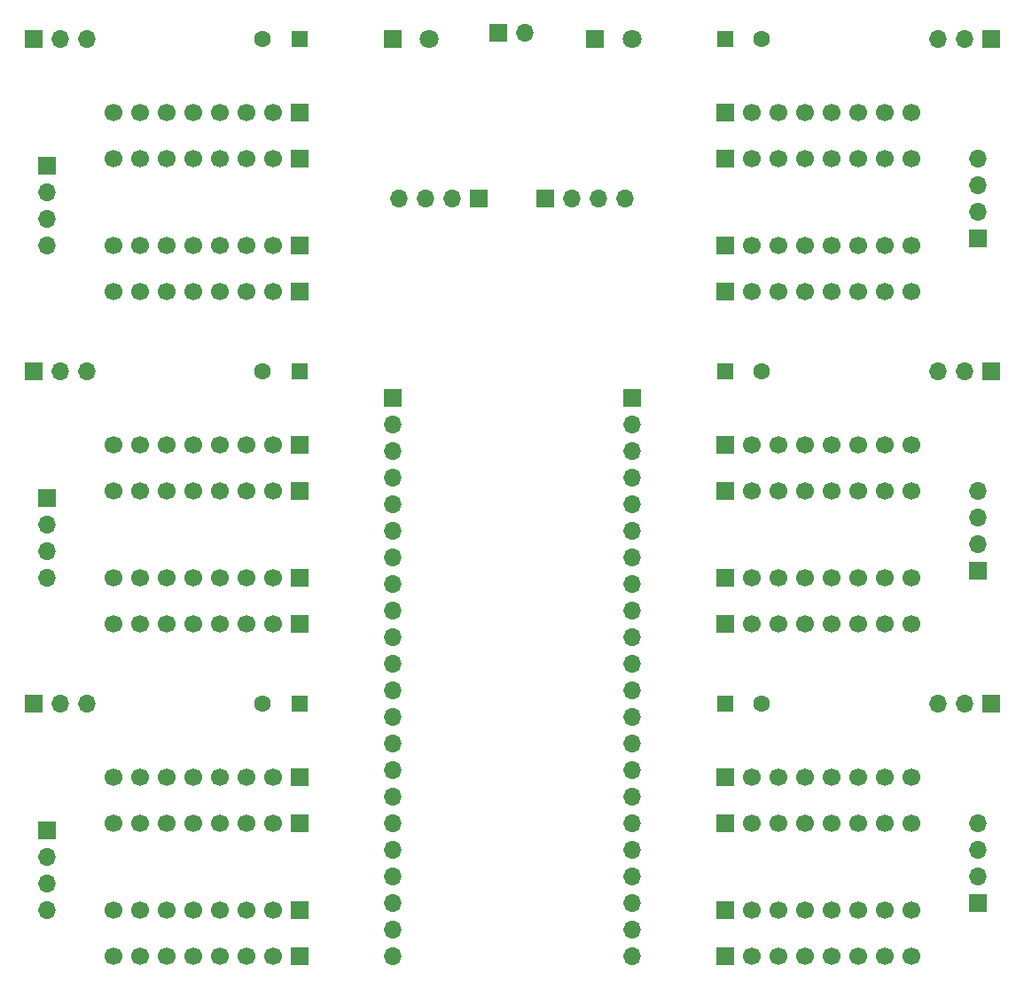
<source format=gbr>
%TF.GenerationSoftware,KiCad,Pcbnew,9.0.0*%
%TF.CreationDate,2025-02-26T12:42:58+01:00*%
%TF.ProjectId,Driver Carrier v1,44726976-6572-4204-9361-727269657220,rev?*%
%TF.SameCoordinates,Original*%
%TF.FileFunction,Soldermask,Bot*%
%TF.FilePolarity,Negative*%
%FSLAX46Y46*%
G04 Gerber Fmt 4.6, Leading zero omitted, Abs format (unit mm)*
G04 Created by KiCad (PCBNEW 9.0.0) date 2025-02-26 12:42:58*
%MOMM*%
%LPD*%
G01*
G04 APERTURE LIST*
%ADD10R,1.600000X1.600000*%
%ADD11C,1.600000*%
%ADD12R,1.700000X1.700000*%
%ADD13O,1.700000X1.700000*%
%ADD14C,1.800000*%
%ADD15R,1.800000X1.800000*%
%ADD16C,1.700000*%
G04 APERTURE END LIST*
D10*
%TO.C,C6*%
X123190000Y-55245000D03*
D11*
X126690000Y-55245000D03*
%TD*%
D10*
%TO.C,C4*%
X123190000Y-118745000D03*
D11*
X126690000Y-118745000D03*
%TD*%
D10*
%TO.C,C1*%
X82550000Y-55245000D03*
D11*
X79050000Y-55245000D03*
%TD*%
D10*
%TO.C,C3*%
X82550000Y-118745000D03*
D11*
X79050000Y-118745000D03*
%TD*%
D10*
%TO.C,C5*%
X123190000Y-86995000D03*
D11*
X126690000Y-86995000D03*
%TD*%
D10*
%TO.C,C2*%
X82550000Y-86995000D03*
D11*
X79050000Y-86995000D03*
%TD*%
D12*
%TO.C,J17*%
X106045000Y-70485000D03*
D13*
X108585000Y-70485000D03*
X111125000Y-70485000D03*
X113665000Y-70485000D03*
%TD*%
D12*
%TO.C,J5*%
X147320000Y-106045000D03*
D13*
X147320000Y-103505000D03*
X147320000Y-100965000D03*
X147320000Y-98425000D03*
%TD*%
%TO.C,J10*%
X146050000Y-118745000D03*
X143510000Y-118745000D03*
D12*
X148590000Y-118745000D03*
%TD*%
D13*
%TO.C,J9*%
X59690000Y-118745000D03*
X62230000Y-118745000D03*
D12*
X57150000Y-118745000D03*
%TD*%
%TO.C,J16*%
X101595000Y-54610000D03*
D13*
X104135000Y-54610000D03*
%TD*%
D12*
%TO.C,J6*%
X147320000Y-74295000D03*
D13*
X147320000Y-71755000D03*
X147320000Y-69215000D03*
X147320000Y-66675000D03*
%TD*%
D12*
%TO.C,J2*%
X58420000Y-99060000D03*
D13*
X58420000Y-101600000D03*
X58420000Y-104140000D03*
X58420000Y-106680000D03*
%TD*%
D14*
%TO.C,J15*%
X94940000Y-55245000D03*
D15*
X91440000Y-55245000D03*
%TD*%
D12*
%TO.C,J13*%
X99695000Y-70485000D03*
D13*
X97155000Y-70485000D03*
X94615000Y-70485000D03*
X92075000Y-70485000D03*
%TD*%
D12*
%TO.C,J3*%
X58420000Y-130810000D03*
D13*
X58420000Y-133350000D03*
X58420000Y-135890000D03*
X58420000Y-138430000D03*
%TD*%
%TO.C,J12*%
X146050000Y-55245000D03*
X143510000Y-55245000D03*
D12*
X148590000Y-55245000D03*
%TD*%
%TO.C,U13*%
X114300000Y-89535000D03*
D13*
X91440000Y-142875000D03*
D12*
X91440000Y-89535000D03*
D13*
X91440000Y-92075000D03*
X91440000Y-94615000D03*
X91440000Y-97155000D03*
X91440000Y-99695000D03*
X91440000Y-102235000D03*
X91440000Y-104775000D03*
X91440000Y-107315000D03*
X91440000Y-109855000D03*
X91440000Y-112395000D03*
X91440000Y-114935000D03*
X91440000Y-117475000D03*
X91440000Y-120015000D03*
X91440000Y-122555000D03*
X91440000Y-125095000D03*
X91440000Y-127635000D03*
X91440000Y-130175000D03*
X91440000Y-132715000D03*
X91440000Y-135255000D03*
X91440000Y-137795000D03*
X91440000Y-140335000D03*
X114300000Y-92075000D03*
X114300000Y-94615000D03*
X114300000Y-97155000D03*
X114300000Y-99695000D03*
X114300000Y-102235000D03*
X114300000Y-104775000D03*
X114300000Y-107315000D03*
X114300000Y-109855000D03*
X114300000Y-112395000D03*
X114300000Y-114935000D03*
X114300000Y-117475000D03*
X114300000Y-120015000D03*
X114300000Y-122555000D03*
X114300000Y-125095000D03*
X114300000Y-127635000D03*
X114300000Y-130175000D03*
X114300000Y-132715000D03*
X114300000Y-135255000D03*
X114300000Y-137795000D03*
X114300000Y-140335000D03*
X114300000Y-142875000D03*
%TD*%
D12*
%TO.C,J1*%
X58420000Y-67320000D03*
D13*
X58420000Y-69860000D03*
X58420000Y-72400000D03*
X58420000Y-74940000D03*
%TD*%
%TO.C,J7*%
X62230000Y-55245000D03*
X59690000Y-55245000D03*
D12*
X57150000Y-55245000D03*
%TD*%
D13*
%TO.C,J8*%
X62230000Y-86995000D03*
X59690000Y-86995000D03*
D12*
X57150000Y-86995000D03*
%TD*%
%TO.C,J4*%
X147320000Y-137795000D03*
D13*
X147320000Y-135255000D03*
X147320000Y-132715000D03*
X147320000Y-130175000D03*
%TD*%
D14*
%TO.C,J14*%
X114300000Y-55245000D03*
D15*
X110800000Y-55245000D03*
%TD*%
D13*
%TO.C,J11*%
X146050000Y-86995000D03*
X143510000Y-86995000D03*
D12*
X148590000Y-86995000D03*
%TD*%
D16*
%TO.C,U6*%
X80010000Y-125730000D03*
X64770000Y-125730000D03*
D12*
X82550000Y-138430000D03*
D16*
X80010000Y-138430000D03*
X77470000Y-138430000D03*
X74930000Y-138430000D03*
X72390000Y-138430000D03*
X69850000Y-138430000D03*
X67310000Y-138430000D03*
X64770000Y-138430000D03*
D12*
X82550000Y-125730000D03*
D16*
X77470000Y-125730000D03*
X74930000Y-125730000D03*
X72390000Y-125730000D03*
X69850000Y-125730000D03*
X67310000Y-125730000D03*
%TD*%
%TO.C,U1*%
X80010000Y-79375000D03*
X64770000Y-79375000D03*
D12*
X82550000Y-66675000D03*
D16*
X80010000Y-66675000D03*
X77470000Y-66675000D03*
X74930000Y-66675000D03*
X72390000Y-66675000D03*
X69850000Y-66675000D03*
X67310000Y-66675000D03*
X64770000Y-66675000D03*
D12*
X82550000Y-79375000D03*
D16*
X77470000Y-79375000D03*
X74930000Y-79375000D03*
X72390000Y-79375000D03*
X69850000Y-79375000D03*
X67310000Y-79375000D03*
%TD*%
%TO.C,U12*%
X125730000Y-79375000D03*
X140970000Y-79375000D03*
D12*
X123190000Y-66675000D03*
D16*
X125730000Y-66675000D03*
X128270000Y-66675000D03*
X130810000Y-66675000D03*
X133350000Y-66675000D03*
X135890000Y-66675000D03*
X138430000Y-66675000D03*
X140970000Y-66675000D03*
D12*
X123190000Y-79375000D03*
D16*
X128270000Y-79375000D03*
X130810000Y-79375000D03*
X133350000Y-79375000D03*
X135890000Y-79375000D03*
X138430000Y-79375000D03*
%TD*%
%TO.C,U4*%
X80010000Y-93980000D03*
X64770000Y-93980000D03*
D12*
X82550000Y-106680000D03*
D16*
X80010000Y-106680000D03*
X77470000Y-106680000D03*
X74930000Y-106680000D03*
X72390000Y-106680000D03*
X69850000Y-106680000D03*
X67310000Y-106680000D03*
X64770000Y-106680000D03*
D12*
X82550000Y-93980000D03*
D16*
X77470000Y-93980000D03*
X74930000Y-93980000D03*
X72390000Y-93980000D03*
X69850000Y-93980000D03*
X67310000Y-93980000D03*
%TD*%
%TO.C,U3*%
X80010000Y-111125000D03*
X64770000Y-111125000D03*
D12*
X82550000Y-98425000D03*
D16*
X80010000Y-98425000D03*
X77470000Y-98425000D03*
X74930000Y-98425000D03*
X72390000Y-98425000D03*
X69850000Y-98425000D03*
X67310000Y-98425000D03*
X64770000Y-98425000D03*
D12*
X82550000Y-111125000D03*
D16*
X77470000Y-111125000D03*
X74930000Y-111125000D03*
X72390000Y-111125000D03*
X69850000Y-111125000D03*
X67310000Y-111125000D03*
%TD*%
%TO.C,U5*%
X80010000Y-142875000D03*
X64770000Y-142875000D03*
D12*
X82550000Y-130175000D03*
D16*
X80010000Y-130175000D03*
X77470000Y-130175000D03*
X74930000Y-130175000D03*
X72390000Y-130175000D03*
X69850000Y-130175000D03*
X67310000Y-130175000D03*
X64770000Y-130175000D03*
D12*
X82550000Y-142875000D03*
D16*
X77470000Y-142875000D03*
X74930000Y-142875000D03*
X72390000Y-142875000D03*
X69850000Y-142875000D03*
X67310000Y-142875000D03*
%TD*%
%TO.C,U8*%
X125730000Y-142875000D03*
X140970000Y-142875000D03*
D12*
X123190000Y-130175000D03*
D16*
X125730000Y-130175000D03*
X128270000Y-130175000D03*
X130810000Y-130175000D03*
X133350000Y-130175000D03*
X135890000Y-130175000D03*
X138430000Y-130175000D03*
X140970000Y-130175000D03*
D12*
X123190000Y-142875000D03*
D16*
X128270000Y-142875000D03*
X130810000Y-142875000D03*
X133350000Y-142875000D03*
X135890000Y-142875000D03*
X138430000Y-142875000D03*
%TD*%
%TO.C,U11*%
X125730000Y-62230000D03*
X140970000Y-62230000D03*
D12*
X123190000Y-74930000D03*
D16*
X125730000Y-74930000D03*
X128270000Y-74930000D03*
X130810000Y-74930000D03*
X133350000Y-74930000D03*
X135890000Y-74930000D03*
X138430000Y-74930000D03*
X140970000Y-74930000D03*
D12*
X123190000Y-62230000D03*
D16*
X128270000Y-62230000D03*
X130810000Y-62230000D03*
X133350000Y-62230000D03*
X135890000Y-62230000D03*
X138430000Y-62230000D03*
%TD*%
%TO.C,U7*%
X125730000Y-125730000D03*
X140970000Y-125730000D03*
D12*
X123190000Y-138430000D03*
D16*
X125730000Y-138430000D03*
X128270000Y-138430000D03*
X130810000Y-138430000D03*
X133350000Y-138430000D03*
X135890000Y-138430000D03*
X138430000Y-138430000D03*
X140970000Y-138430000D03*
D12*
X123190000Y-125730000D03*
D16*
X128270000Y-125730000D03*
X130810000Y-125730000D03*
X133350000Y-125730000D03*
X135890000Y-125730000D03*
X138430000Y-125730000D03*
%TD*%
%TO.C,U10*%
X125730000Y-111125000D03*
X140970000Y-111125000D03*
D12*
X123190000Y-98425000D03*
D16*
X125730000Y-98425000D03*
X128270000Y-98425000D03*
X130810000Y-98425000D03*
X133350000Y-98425000D03*
X135890000Y-98425000D03*
X138430000Y-98425000D03*
X140970000Y-98425000D03*
D12*
X123190000Y-111125000D03*
D16*
X128270000Y-111125000D03*
X130810000Y-111125000D03*
X133350000Y-111125000D03*
X135890000Y-111125000D03*
X138430000Y-111125000D03*
%TD*%
%TO.C,U2*%
X80010000Y-62230000D03*
X64770000Y-62230000D03*
D12*
X82550000Y-74930000D03*
D16*
X80010000Y-74930000D03*
X77470000Y-74930000D03*
X74930000Y-74930000D03*
X72390000Y-74930000D03*
X69850000Y-74930000D03*
X67310000Y-74930000D03*
X64770000Y-74930000D03*
D12*
X82550000Y-62230000D03*
D16*
X77470000Y-62230000D03*
X74930000Y-62230000D03*
X72390000Y-62230000D03*
X69850000Y-62230000D03*
X67310000Y-62230000D03*
%TD*%
%TO.C,U9*%
X125730000Y-93980000D03*
X140970000Y-93980000D03*
D12*
X123190000Y-106680000D03*
D16*
X125730000Y-106680000D03*
X128270000Y-106680000D03*
X130810000Y-106680000D03*
X133350000Y-106680000D03*
X135890000Y-106680000D03*
X138430000Y-106680000D03*
X140970000Y-106680000D03*
D12*
X123190000Y-93980000D03*
D16*
X128270000Y-93980000D03*
X130810000Y-93980000D03*
X133350000Y-93980000D03*
X135890000Y-93980000D03*
X138430000Y-93980000D03*
%TD*%
M02*

</source>
